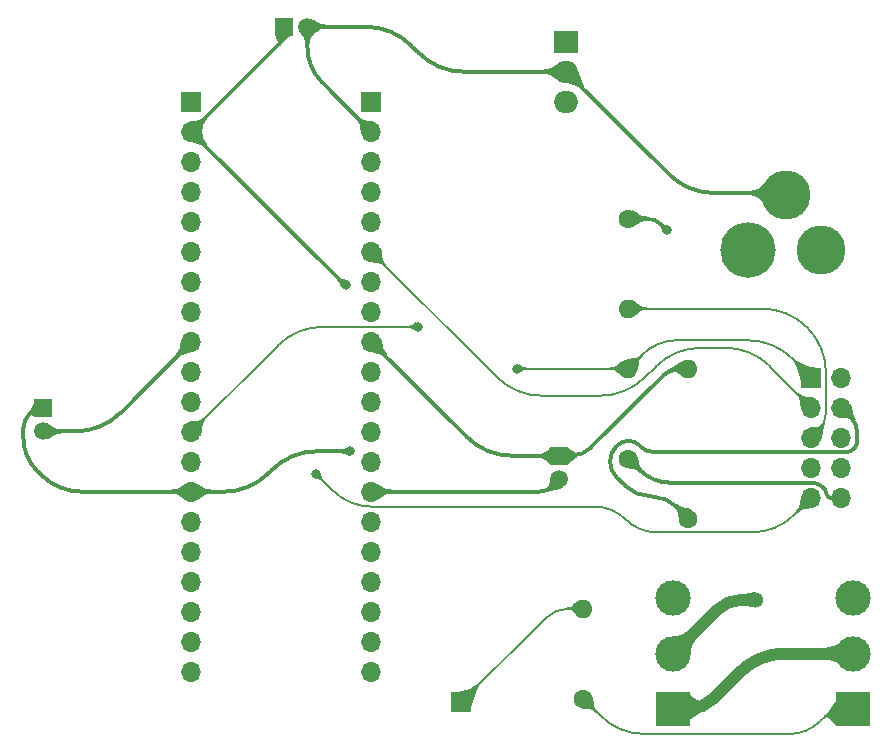
<source format=gtl>
%TF.GenerationSoftware,KiCad,Pcbnew,8.0.7*%
%TF.CreationDate,2025-02-09T12:28:47+02:00*%
%TF.ProjectId,EPM7032S Programmer,45504d37-3033-4325-9320-50726f677261,V0*%
%TF.SameCoordinates,Original*%
%TF.FileFunction,Copper,L1,Top*%
%TF.FilePolarity,Positive*%
%FSLAX46Y46*%
G04 Gerber Fmt 4.6, Leading zero omitted, Abs format (unit mm)*
G04 Created by KiCad (PCBNEW 8.0.7) date 2025-02-09 12:28:47*
%MOMM*%
%LPD*%
G01*
G04 APERTURE LIST*
%TA.AperFunction,ComponentPad*%
%ADD10R,1.700000X1.700000*%
%TD*%
%TA.AperFunction,ComponentPad*%
%ADD11O,1.700000X1.700000*%
%TD*%
%TA.AperFunction,ComponentPad*%
%ADD12R,1.500000X1.500000*%
%TD*%
%TA.AperFunction,ComponentPad*%
%ADD13C,1.500000*%
%TD*%
%TA.AperFunction,ComponentPad*%
%ADD14O,1.600000X1.600000*%
%TD*%
%TA.AperFunction,ComponentPad*%
%ADD15C,1.600000*%
%TD*%
%TA.AperFunction,ComponentPad*%
%ADD16C,4.150000*%
%TD*%
%TA.AperFunction,ComponentPad*%
%ADD17C,4.700000*%
%TD*%
%TA.AperFunction,ComponentPad*%
%ADD18C,3.000000*%
%TD*%
%TA.AperFunction,ComponentPad*%
%ADD19R,3.000000X3.000000*%
%TD*%
%TA.AperFunction,ComponentPad*%
%ADD20O,2.000000X1.905000*%
%TD*%
%TA.AperFunction,ComponentPad*%
%ADD21R,2.000000X1.905000*%
%TD*%
%TA.AperFunction,ViaPad*%
%ADD22C,0.800000*%
%TD*%
%TA.AperFunction,ViaPad*%
%ADD23C,1.300000*%
%TD*%
%TA.AperFunction,Conductor*%
%ADD24C,0.380000*%
%TD*%
%TA.AperFunction,Conductor*%
%ADD25C,1.000000*%
%TD*%
%TA.AperFunction,Conductor*%
%ADD26C,0.200000*%
%TD*%
G04 APERTURE END LIST*
D10*
%TO.P,J5,1,Pin_1*%
%TO.N,/INPUT{slash}OE1*%
X25400000Y-33020000D03*
%TD*%
%TO.P,J1,1,Pin_1*%
%TO.N,unconnected-(J1-Pin_1-Pad1)*%
X2540000Y17780000D03*
D11*
%TO.P,J1,2,Pin_2*%
%TO.N,/5V*%
X2540000Y15240000D03*
%TO.P,J1,3,Pin_3*%
%TO.N,unconnected-(J1-Pin_3-Pad3)*%
X2540000Y12700000D03*
%TO.P,J1,4,Pin_4*%
%TO.N,unconnected-(J1-Pin_4-Pad4)*%
X2540000Y10160000D03*
%TO.P,J1,5,Pin_5*%
%TO.N,unconnected-(J1-Pin_5-Pad5)*%
X2540000Y7620000D03*
%TO.P,J1,6,Pin_6*%
%TO.N,/TDI*%
X2540000Y5080000D03*
%TO.P,J1,7,Pin_7*%
%TO.N,unconnected-(J1-Pin_7-Pad7)*%
X2540000Y2540000D03*
%TO.P,J1,8,Pin_8*%
%TO.N,unconnected-(J1-Pin_8-Pad8)*%
X2540000Y0D03*
%TO.P,J1,9,Pin_9*%
%TO.N,/GND*%
X2540000Y-2540000D03*
%TO.P,J1,10,Pin_10*%
%TO.N,unconnected-(J1-Pin_10-Pad10)*%
X2540000Y-5080000D03*
%TO.P,J1,11,Pin_11*%
%TO.N,unconnected-(J1-Pin_11-Pad11)*%
X2540000Y-7620000D03*
%TO.P,J1,12,Pin_12*%
%TO.N,/TMS*%
X2540000Y-10160000D03*
%TO.P,J1,13,Pin_13*%
%TO.N,unconnected-(J1-Pin_13-Pad13)*%
X2540000Y-12700000D03*
%TO.P,J1,14,Pin_14*%
%TO.N,/5V*%
X2540000Y-15240000D03*
%TO.P,J1,15,Pin_15*%
%TO.N,unconnected-(J1-Pin_15-Pad15)*%
X2540000Y-17780000D03*
%TO.P,J1,16,Pin_16*%
%TO.N,unconnected-(J1-Pin_16-Pad16)*%
X2540000Y-20320000D03*
%TO.P,J1,17,Pin_17*%
%TO.N,unconnected-(J1-Pin_17-Pad17)*%
X2540000Y-22860000D03*
%TO.P,J1,18,Pin_18*%
%TO.N,unconnected-(J1-Pin_18-Pad18)*%
X2540000Y-25400000D03*
%TO.P,J1,19,Pin_19*%
%TO.N,unconnected-(J1-Pin_19-Pad19)*%
X2540000Y-27940000D03*
%TO.P,J1,20,Pin_20*%
%TO.N,unconnected-(J1-Pin_20-Pad20)*%
X2540000Y-30480000D03*
%TD*%
D12*
%TO.P,C1,1*%
%TO.N,/5V*%
X10356000Y24130000D03*
D13*
%TO.P,C1,2*%
%TO.N,/GND*%
X12356000Y24130000D03*
%TD*%
D14*
%TO.P,R4,2*%
%TO.N,/INPUT{slash}OE1*%
X35724000Y-25129000D03*
D15*
%TO.P,R4,1*%
%TO.N,Net-(S1-P1)*%
X35724000Y-32749000D03*
%TD*%
D16*
%TO.P,J2,SHL2,GND*%
%TO.N,/GND*%
X55857000Y5207000D03*
%TO.P,J2,SHL1,GND*%
X52857000Y9907000D03*
D17*
%TO.P,J2,INNER,VCC*%
%TO.N,/12V Socket*%
X49657000Y5207000D03*
%TD*%
D18*
%TO.P,S2,3,P2*%
%TO.N,unconnected-(S2-P2-Pad3)*%
X43344000Y-24240000D03*
%TO.P,S2,2,CM*%
%TO.N,/12V Socket*%
X43344000Y-28939000D03*
D19*
%TO.P,S2,1,P1*%
%TO.N,/12V*%
X43344000Y-33638000D03*
%TD*%
D20*
%TO.P,U1,3,OUT*%
%TO.N,/5V*%
X34290000Y17780000D03*
%TO.P,U1,2,GND*%
%TO.N,/GND*%
X34290000Y20320000D03*
D21*
%TO.P,U1,1,IN*%
%TO.N,/12V*%
X34290000Y22860000D03*
%TD*%
D14*
%TO.P,R1,2*%
%TO.N,/5V*%
X44614000Y-4809000D03*
D15*
%TO.P,R1,1*%
%TO.N,Net-(J3-Pin_4)*%
X44614000Y-17509000D03*
%TD*%
D13*
%TO.P,C3,2*%
%TO.N,/GND*%
X33692000Y-14191000D03*
D12*
%TO.P,C3,1*%
%TO.N,/5V*%
X33692000Y-12191000D03*
%TD*%
D11*
%TO.P,J3,10,Pin_10*%
%TO.N,/GND*%
X57568000Y-15731000D03*
%TO.P,J3,9,Pin_9*%
%TO.N,/TDI*%
X55028000Y-15731000D03*
%TO.P,J3,8,Pin_8*%
%TO.N,unconnected-(J3-Pin_8-Pad8)*%
X57568000Y-13191000D03*
%TO.P,J3,7,Pin_7*%
%TO.N,unconnected-(J3-Pin_7-Pad7)*%
X55028000Y-13191000D03*
%TO.P,J3,6,Pin_6*%
%TO.N,unconnected-(J3-Pin_6-Pad6)*%
X57568000Y-10651000D03*
%TO.P,J3,5,Pin_5*%
%TO.N,/TMS*%
X55028000Y-10651000D03*
%TO.P,J3,4,Pin_4*%
%TO.N,Net-(J3-Pin_4)*%
X57568000Y-8111000D03*
%TO.P,J3,3,Pin_3*%
%TO.N,/TDO*%
X55028000Y-8111000D03*
%TO.P,J3,2,Pin_2*%
%TO.N,/GND*%
X57568000Y-5571000D03*
D10*
%TO.P,J3,1,Pin_1*%
%TO.N,/TCK*%
X55028000Y-5571000D03*
%TD*%
D14*
%TO.P,R2,2*%
%TO.N,/TCK*%
X39534000Y-4809000D03*
D15*
%TO.P,R2,1*%
%TO.N,/GND*%
X39534000Y-12429000D03*
%TD*%
D14*
%TO.P,R3,2*%
%TO.N,/TMS*%
X39534000Y271000D03*
D15*
%TO.P,R3,1*%
%TO.N,/5V*%
X39534000Y7891000D03*
%TD*%
D18*
%TO.P,S1,3,P2*%
%TO.N,unconnected-(S1-P2-Pad3)*%
X58584000Y-24240000D03*
%TO.P,S1,2,CM*%
%TO.N,/12V*%
X58584000Y-28939000D03*
D19*
%TO.P,S1,1,P1*%
%TO.N,Net-(S1-P1)*%
X58584000Y-33638000D03*
%TD*%
D13*
%TO.P,C4,2*%
%TO.N,/GND*%
X-9996000Y-10127000D03*
D12*
%TO.P,C4,1*%
%TO.N,/5V*%
X-9996000Y-8127000D03*
%TD*%
D10*
%TO.P,J4,1,Pin_1*%
%TO.N,unconnected-(J4-Pin_1-Pad1)*%
X17780000Y17780000D03*
D11*
%TO.P,J4,2,Pin_2*%
%TO.N,/GND*%
X17780000Y15240000D03*
%TO.P,J4,3,Pin_3*%
%TO.N,unconnected-(J4-Pin_3-Pad3)*%
X17780000Y12700000D03*
%TO.P,J4,4,Pin_4*%
%TO.N,unconnected-(J4-Pin_4-Pad4)*%
X17780000Y10160000D03*
%TO.P,J4,5,Pin_5*%
%TO.N,unconnected-(J4-Pin_5-Pad5)*%
X17780000Y7620000D03*
%TO.P,J4,6,Pin_6*%
%TO.N,/TDO*%
X17780000Y5080000D03*
%TO.P,J4,7,Pin_7*%
%TO.N,unconnected-(J4-Pin_7-Pad7)*%
X17780000Y2540000D03*
%TO.P,J4,8,Pin_8*%
%TO.N,unconnected-(J4-Pin_8-Pad8)*%
X17780000Y0D03*
%TO.P,J4,9,Pin_9*%
%TO.N,/5V*%
X17780000Y-2540000D03*
%TO.P,J4,10,Pin_10*%
%TO.N,unconnected-(J4-Pin_10-Pad10)*%
X17780000Y-5080000D03*
%TO.P,J4,11,Pin_11*%
%TO.N,unconnected-(J4-Pin_11-Pad11)*%
X17780000Y-7620000D03*
%TO.P,J4,12,Pin_12*%
%TO.N,/TCK*%
X17780000Y-10160000D03*
%TO.P,J4,13,Pin_13*%
%TO.N,unconnected-(J4-Pin_13-Pad13)*%
X17780000Y-12700000D03*
%TO.P,J4,14,Pin_14*%
%TO.N,/GND*%
X17780000Y-15240000D03*
%TO.P,J4,15,Pin_15*%
%TO.N,unconnected-(J4-Pin_15-Pad15)*%
X17780000Y-17780000D03*
%TO.P,J4,16,Pin_16*%
%TO.N,unconnected-(J4-Pin_16-Pad16)*%
X17780000Y-20320000D03*
%TO.P,J4,17,Pin_17*%
%TO.N,unconnected-(J4-Pin_17-Pad17)*%
X17780000Y-22860000D03*
%TO.P,J4,18,Pin_18*%
%TO.N,unconnected-(J4-Pin_18-Pad18)*%
X17780000Y-25400000D03*
%TO.P,J4,19,Pin_19*%
%TO.N,unconnected-(J4-Pin_19-Pad19)*%
X17780000Y-27940000D03*
%TO.P,J4,20,Pin_20*%
%TO.N,/GND*%
X17780000Y-30480000D03*
%TD*%
D22*
%TO.N,/TMS*%
X21717000Y-1270000D03*
%TO.N,/TCK*%
X30098998Y-4826002D03*
%TO.N,/TDI*%
X13081000Y-13715994D03*
%TO.N,/5V*%
X16002000Y-11811000D03*
X15621000Y2286000D03*
X42813900Y6887400D03*
D23*
%TO.N,/12V Socket*%
X50376500Y-24385200D03*
%TD*%
D24*
%TO.N,/5V*%
X10356000Y23593000D02*
G75*
G02*
X9976276Y22676290I-1296400J0D01*
G01*
X36393692Y-11485307D02*
G75*
G02*
X34690000Y-12190995I-1703692J1703707D01*
G01*
X9086792Y-13646206D02*
G75*
G02*
X5239036Y-15240003I-3847762J3847756D01*
G01*
X42312100Y7389200D02*
G75*
G03*
X41100647Y7891020I-1211500J-1211500D01*
G01*
X25837207Y-10597207D02*
G75*
G03*
X29684963Y-12191011I3847793J3847807D01*
G01*
X-11684000Y-10731500D02*
G75*
G03*
X-10561467Y-13441532I3832568J3D01*
G01*
X-11175500Y-8635500D02*
G75*
G03*
X-11684000Y-9863127I1227628J-1227628D01*
G01*
X-10331500Y-8127000D02*
G75*
G03*
X-10904234Y-8364234I0J-809969D01*
G01*
X15449098Y2330901D02*
G75*
G03*
X15557500Y2285999I108402J108399D01*
G01*
X13175963Y-11811000D02*
G75*
G03*
X9328206Y-13404791I-3J-5441550D01*
G01*
X43842000Y-4809000D02*
G75*
G03*
X42524108Y-5354881I0J-1863800D01*
G01*
X-10223500Y-13779500D02*
G75*
G03*
X-6697541Y-15240000I3525961J3525965D01*
G01*
%TO.N,/GND*%
X56326300Y-15471500D02*
G75*
G03*
X56585800Y-15731000I259500J0D01*
G01*
X40549250Y-13444250D02*
G75*
G03*
X43000280Y-14459508I2451050J2451050D01*
G01*
X56142805Y-15028505D02*
G75*
G02*
X56326297Y-15471500I-443005J-442995D01*
G01*
X55950050Y-14835750D02*
G75*
G03*
X55041702Y-14459499I-908350J-908350D01*
G01*
X42965207Y11644792D02*
G75*
G03*
X46812963Y10050959I3847793J3847708D01*
G01*
X-3453207Y-8533207D02*
G75*
G02*
X-7300963Y-10127000I-3847758J3847761D01*
G01*
X12356000Y22397000D02*
G75*
G03*
X13581423Y19438590I4183800J0D01*
G01*
X21774206Y21913792D02*
G75*
G03*
X25621963Y20320001I3847754J3847758D01*
G01*
X21151792Y22536207D02*
G75*
G03*
X17304036Y24130001I-3847762J-3847767D01*
G01*
X33167500Y-14715500D02*
G75*
G02*
X31901244Y-15240019I-1266300J1266300D01*
G01*
D25*
%TO.N,/12V*%
X52798663Y-28939000D02*
G75*
G03*
X48950915Y-30532801I37J-5441600D01*
G01*
X46730184Y-32753515D02*
G75*
G02*
X44594850Y-33638040I-2135384J2135315D01*
G01*
%TO.N,/12V Socket*%
X49137150Y-24385200D02*
G75*
G03*
X47021434Y-25261539I-50J-2992000D01*
G01*
D26*
%TO.N,Net-(S1-P1)*%
X55731449Y-34688849D02*
G75*
G02*
X53194473Y-35739688I-2536949J2536949D01*
G01*
X57683150Y-33638000D02*
G75*
G03*
X56145287Y-34274982I-50J-2174800D01*
G01*
X37219350Y-34244350D02*
G75*
G03*
X40829444Y-35739682I3610050J3610050D01*
G01*
D24*
%TO.N,Net-(J3-Pin_4)*%
X40547300Y-11406500D02*
G75*
G03*
X41716986Y-11891006I1169700J1169700D01*
G01*
X39525900Y-10922000D02*
G75*
G03*
X38609353Y-11301644I0J-1296200D01*
G01*
X43643117Y-16538117D02*
G75*
G03*
X41429000Y-15620990I-2214117J-2214083D01*
G01*
X58634000Y-11597000D02*
G75*
G02*
X57924221Y-11891009I-709800J709800D01*
G01*
X58280290Y-8823290D02*
G75*
G02*
X58928006Y-10387000I-1563690J-1563710D01*
G01*
X58928000Y-10887221D02*
G75*
G02*
X58633994Y-11596994I-1003800J21D01*
G01*
X40442445Y-11301645D02*
G75*
G03*
X39525900Y-10922003I-916545J-916555D01*
G01*
X38481000Y-11430000D02*
G75*
G03*
X37973008Y-12656420I1226400J-1226400D01*
G01*
X37973000Y-12700000D02*
G75*
G03*
X38511821Y-14000809I1839600J0D01*
G01*
X39214882Y-14703882D02*
G75*
G03*
X41429000Y-15621010I2214118J2214082D01*
G01*
D26*
%TO.N,/INPUT{slash}OE1*%
X34507500Y-25129000D02*
G75*
G03*
X32430803Y-25989194I0J-2936900D01*
G01*
%TO.N,/TCK*%
X30128022Y-4809000D02*
G75*
G03*
X30107493Y-4817495I-22J-29000D01*
G01*
X43624227Y-2413000D02*
G75*
G03*
X40731992Y-3610992I-27J-4090200D01*
G01*
X53449000Y-3992000D02*
G75*
G03*
X49636956Y-2413018I-3812000J-3812000D01*
G01*
%TO.N,/TDI*%
X39306500Y-17589500D02*
G75*
G03*
X36700356Y-16510018I-2606100J-2606100D01*
G01*
X14478003Y-15112997D02*
G75*
G03*
X17850666Y-16510001I3372667J3372667D01*
G01*
X39306500Y-17589500D02*
G75*
G03*
X41912643Y-18668982I2606100J2606100D01*
G01*
X53559000Y-17200000D02*
G75*
G02*
X50012520Y-18669008I-3546500J3546500D01*
G01*
%TO.N,/TDO*%
X51558792Y-4641792D02*
G75*
G03*
X47711036Y-3047989I-3847792J-3847808D01*
G01*
X45687963Y-3048000D02*
G75*
G03*
X41840215Y-4641801I37J-5441600D01*
G01*
X28378207Y-5518207D02*
G75*
G03*
X32225963Y-7112011I3847793J3847807D01*
G01*
X40963792Y-5518207D02*
G75*
G02*
X37116036Y-7112010I-3847792J3847807D01*
G01*
%TO.N,/TMS*%
X54667207Y-1327207D02*
G75*
G02*
X56261011Y-5174963I-3847807J-3847793D01*
G01*
X54662792Y-1322792D02*
G75*
G03*
X50815036Y271040I-3847792J-3847708D01*
G01*
X56261000Y-8546137D02*
G75*
G02*
X55644489Y-10034489I-2104900J37D01*
G01*
X13683963Y-1270000D02*
G75*
G03*
X9836206Y-2863791I-3J-5441550D01*
G01*
%TO.N,/TDO*%
X28378207Y-5518207D02*
X17780000Y5080000D01*
X32225963Y-7112000D02*
X37116036Y-7112000D01*
X47711036Y-3048000D02*
X45687963Y-3048000D01*
X51558792Y-4641792D02*
X55028000Y-8111000D01*
X41840206Y-4641792D02*
X40963792Y-5518207D01*
%TO.N,/TDI*%
X14478003Y-15112997D02*
X13081000Y-13715994D01*
X41912643Y-18669000D02*
X50012520Y-18669000D01*
X36700356Y-16510000D02*
X17850666Y-16510000D01*
X53559000Y-17200000D02*
X55028000Y-15731000D01*
D24*
%TO.N,/5V*%
X2540000Y-15240000D02*
X5239036Y-15240000D01*
X16002000Y-11811000D02*
X13175963Y-11811000D01*
X9086792Y-13646206D02*
X9328207Y-13404792D01*
X2540000Y15240000D02*
X15449098Y2330901D01*
X15621000Y2286000D02*
X15557500Y2286000D01*
%TO.N,Net-(J3-Pin_4)*%
X58928000Y-10387000D02*
X58928000Y-10887221D01*
X41716986Y-11891000D02*
X57924221Y-11891000D01*
X38609354Y-11301645D02*
X38481000Y-11430000D01*
X40547300Y-11406500D02*
X40442445Y-11301645D01*
X38511815Y-14000815D02*
X39214882Y-14703882D01*
X37973000Y-12656420D02*
X37973000Y-12700000D01*
X58280290Y-8823290D02*
X57568000Y-8111000D01*
X43643117Y-16538117D02*
X44614000Y-17509000D01*
D26*
%TO.N,/INPUT{slash}OE1*%
X32430804Y-25989195D02*
X25400000Y-33020000D01*
X34507500Y-25129000D02*
X35724000Y-25129000D01*
%TO.N,/TMS*%
X21717000Y-1270000D02*
X13683963Y-1270000D01*
X9836207Y-2863792D02*
X2540000Y-10160000D01*
%TO.N,/TCK*%
X30128022Y-4809000D02*
X39534000Y-4809000D01*
X30107499Y-4817501D02*
X30098998Y-4826002D01*
D24*
%TO.N,/5V*%
X34690000Y-12191000D02*
X33692000Y-12191000D01*
X36393692Y-11485307D02*
X42524113Y-5354886D01*
X43842000Y-4809000D02*
X44614000Y-4809000D01*
%TO.N,/GND*%
X12356000Y24130000D02*
X17304036Y24130000D01*
X21774206Y21913792D02*
X21151792Y22536207D01*
X25621963Y20320000D02*
X34290000Y20320000D01*
%TO.N,/5V*%
X25837207Y-10597207D02*
X17780000Y-2540000D01*
X29684963Y-12191000D02*
X33692000Y-12191000D01*
X2540000Y-15240000D02*
X-6697541Y-15240000D01*
X-10561467Y-13441532D02*
X-10223500Y-13779500D01*
X-11175500Y-8635500D02*
X-10904234Y-8364234D01*
X-11684000Y-10731500D02*
X-11684000Y-9863127D01*
X9976283Y22676283D02*
X2540000Y15240000D01*
%TO.N,/GND*%
X-7300963Y-10127000D02*
X-9996000Y-10127000D01*
X-3453207Y-8533207D02*
X2540000Y-2540000D01*
X13581416Y19438583D02*
X17780000Y15240000D01*
X12356000Y22397000D02*
X12356000Y24130000D01*
X33167500Y-14715500D02*
X33692000Y-14191000D01*
X31901244Y-15240000D02*
X17780000Y-15240000D01*
X40549250Y-13444250D02*
X39534000Y-12429000D01*
X42965207Y11644792D02*
X34290000Y20320000D01*
X46812963Y10051000D02*
X52536000Y10051000D01*
X56585800Y-15731000D02*
X57568000Y-15731000D01*
X56142805Y-15028505D02*
X55950050Y-14835750D01*
X43000280Y-14459500D02*
X55041702Y-14459500D01*
D26*
%TO.N,/TMS*%
X55644500Y-10034500D02*
X55028000Y-10651000D01*
X50815036Y270999D02*
X39534000Y271000D01*
X56261000Y-5174963D02*
X56261000Y-8546137D01*
X54667207Y-1327207D02*
X54662792Y-1322792D01*
%TO.N,/TCK*%
X39534000Y-4809000D02*
X40732000Y-3611000D01*
X43624227Y-2413000D02*
X49636956Y-2413000D01*
X53449000Y-3992000D02*
X55028000Y-5571000D01*
D24*
%TO.N,/5V*%
X42813900Y6887400D02*
X42312100Y7389200D01*
X41100647Y7891000D02*
X39534000Y7891000D01*
D25*
%TO.N,/12V Socket*%
X47021447Y-25261552D02*
X43344000Y-28939000D01*
X50376500Y-24385200D02*
X49137150Y-24385200D01*
%TO.N,/12V*%
X48950906Y-30532792D02*
X46730184Y-32753515D01*
X52798663Y-28939000D02*
X58584000Y-28939000D01*
X44594850Y-33638000D02*
X43344000Y-33638000D01*
D26*
%TO.N,Net-(S1-P1)*%
X53194473Y-35739700D02*
X40829444Y-35739700D01*
X37219350Y-34244350D02*
X35724000Y-32749000D01*
X55731449Y-34688849D02*
X56145302Y-34274997D01*
%TD*%
%TA.AperFunction,Conductor*%
%TO.N,/5V*%
G36*
X10363902Y24121379D02*
G01*
X10364839Y24120322D01*
X10936569Y23390559D01*
X10938974Y23381933D01*
X10934575Y23374133D01*
X10933260Y23373240D01*
X10784789Y23286584D01*
X10624736Y23159568D01*
X10464683Y22998953D01*
X10304630Y22804737D01*
X10152452Y22588131D01*
X10144895Y22583334D01*
X10136155Y22585285D01*
X10134744Y22586451D01*
X9873614Y22839539D01*
X9870786Y22843879D01*
X9818566Y22985144D01*
X9765424Y23110884D01*
X9712283Y23218607D01*
X9659141Y23308312D01*
X9612007Y23371896D01*
X9609834Y23380580D01*
X9613134Y23387134D01*
X10347356Y24121379D01*
X10355629Y24124806D01*
X10363902Y24121379D01*
G37*
%TD.AperFunction*%
%TD*%
%TA.AperFunction,Conductor*%
%TO.N,/5V*%
G36*
X-10736175Y-7639935D02*
G01*
X-10734821Y-7640699D01*
X-10007305Y-8118405D01*
X-10002273Y-8125808D01*
X-10003949Y-8134605D01*
X-10005456Y-8136456D01*
X-10739143Y-8870143D01*
X-10747416Y-8873570D01*
X-10754010Y-8871535D01*
X-10805034Y-8836726D01*
X-10864049Y-8805884D01*
X-10864064Y-8805878D01*
X-10923091Y-8784449D01*
X-10982115Y-8772440D01*
X-10982118Y-8772439D01*
X-11036605Y-8770049D01*
X-11044365Y-8766633D01*
X-11301528Y-8509470D01*
X-11304955Y-8501197D01*
X-11301528Y-8492924D01*
X-11301480Y-8492876D01*
X-11197080Y-8389683D01*
X-11197074Y-8389677D01*
X-11084316Y-8247179D01*
X-11084310Y-8247172D01*
X-10971540Y-8073614D01*
X-10894089Y-7933090D01*
X-10858776Y-7869021D01*
X-10858774Y-7869016D01*
X-10858770Y-7869009D01*
X-10751780Y-7645438D01*
X-10745117Y-7639455D01*
X-10736175Y-7639935D01*
G37*
%TD.AperFunction*%
%TD*%
%TA.AperFunction,Conductor*%
%TO.N,/5V*%
G36*
X44312336Y-4080716D02*
G01*
X44312557Y-4081214D01*
X44613057Y-4804130D01*
X44613068Y-4813085D01*
X44613058Y-4813108D01*
X44312790Y-5536214D01*
X44306453Y-5542540D01*
X44297498Y-5542532D01*
X44296488Y-5542055D01*
X44017043Y-5393335D01*
X44015730Y-5392521D01*
X43803235Y-5240431D01*
X43803223Y-5240423D01*
X43616232Y-5127198D01*
X43509668Y-5108600D01*
X43403105Y-5090003D01*
X43403104Y-5090003D01*
X43121461Y-5163013D01*
X43112593Y-5161771D01*
X43107716Y-5156164D01*
X42970461Y-4824797D01*
X42970461Y-4815843D01*
X42976279Y-4809738D01*
X43309864Y-4652499D01*
X43540527Y-4510118D01*
X43733253Y-4374460D01*
X43733786Y-4374107D01*
X43963629Y-4232231D01*
X43964769Y-4231613D01*
X44296766Y-4075121D01*
X44305709Y-4074694D01*
X44312336Y-4080716D01*
G37*
%TD.AperFunction*%
%TD*%
%TA.AperFunction,Conductor*%
%TO.N,/GND*%
G36*
X33010978Y-13908898D02*
G01*
X33688429Y-14188761D01*
X33694767Y-14195087D01*
X33694777Y-14195112D01*
X33878357Y-14639986D01*
X33946686Y-14805572D01*
X33974367Y-14872651D01*
X33974355Y-14881606D01*
X33968015Y-14887929D01*
X33967578Y-14888100D01*
X33645867Y-15005994D01*
X33644777Y-15006334D01*
X33400504Y-15069650D01*
X33399905Y-15069788D01*
X33184631Y-15113676D01*
X33073138Y-15142576D01*
X32939510Y-15177214D01*
X32939507Y-15177214D01*
X32939507Y-15177215D01*
X32616371Y-15295637D01*
X32607424Y-15295266D01*
X32601536Y-15289129D01*
X32464302Y-14957832D01*
X32464302Y-14948877D01*
X32469180Y-14943269D01*
X32562982Y-14888100D01*
X32703300Y-14805572D01*
X32819777Y-14639986D01*
X32868676Y-14441384D01*
X32908709Y-14200229D01*
X32909054Y-14198757D01*
X32995330Y-13916295D01*
X33001023Y-13909386D01*
X33009937Y-13908525D01*
X33010978Y-13908898D01*
G37*
%TD.AperFunction*%
%TD*%
%TA.AperFunction,Conductor*%
%TO.N,/12V*%
G36*
X44851280Y-32483848D02*
G01*
X44994192Y-32620394D01*
X45061996Y-32673291D01*
X45144388Y-32737568D01*
X45144391Y-32737570D01*
X45144394Y-32737572D01*
X45144397Y-32737574D01*
X45294579Y-32828411D01*
X45345041Y-32850086D01*
X45444776Y-32892927D01*
X45589681Y-32929768D01*
X45596855Y-32935127D01*
X45597338Y-32936029D01*
X45930423Y-33627663D01*
X46022921Y-33819729D01*
X46023423Y-33828670D01*
X46017457Y-33835347D01*
X46015743Y-33836012D01*
X45791894Y-33903195D01*
X45791880Y-33903200D01*
X45554921Y-34004316D01*
X45317953Y-34135437D01*
X45317920Y-34135457D01*
X45080984Y-34296554D01*
X45080971Y-34296564D01*
X44850188Y-34482695D01*
X44841597Y-34485221D01*
X44837081Y-34483771D01*
X43989735Y-34004318D01*
X43358414Y-33647098D01*
X43352902Y-33640042D01*
X43353994Y-33631154D01*
X43357014Y-33627664D01*
X44836038Y-32483053D01*
X44844676Y-32480701D01*
X44851280Y-32483848D01*
G37*
%TD.AperFunction*%
%TD*%
%TA.AperFunction,Conductor*%
%TO.N,Net-(S1-P1)*%
G36*
X57093584Y-32975142D02*
G01*
X58439601Y-33572863D01*
X58568490Y-33630098D01*
X58574661Y-33636587D01*
X58574435Y-33645539D01*
X58571696Y-33649372D01*
X57093547Y-35019498D01*
X57085150Y-35022609D01*
X57077012Y-35018871D01*
X57076215Y-35017913D01*
X56923565Y-34813310D01*
X56923551Y-34813293D01*
X56885069Y-34769599D01*
X56763115Y-34631127D01*
X56763110Y-34631123D01*
X56763108Y-34631120D01*
X56602683Y-34481836D01*
X56602676Y-34481831D01*
X56602673Y-34481828D01*
X56442231Y-34365403D01*
X56442230Y-34365402D01*
X56442224Y-34365398D01*
X56283465Y-34282725D01*
X56280475Y-34280499D01*
X56151652Y-34147830D01*
X56148347Y-34139507D01*
X56151895Y-34131285D01*
X56152947Y-34130378D01*
X56330771Y-33994861D01*
X56519078Y-33806360D01*
X56707385Y-33572863D01*
X56895692Y-33294372D01*
X57078724Y-32979948D01*
X57085848Y-32974523D01*
X57093584Y-32975142D01*
G37*
%TD.AperFunction*%
%TD*%
%TA.AperFunction,Conductor*%
%TO.N,/TDO*%
G36*
X18562292Y5400333D02*
G01*
X18568617Y5393994D01*
X18569011Y5392887D01*
X18676410Y5034491D01*
X18676837Y5032361D01*
X18707445Y4742537D01*
X18707458Y4742412D01*
X18731230Y4491621D01*
X18821763Y4240545D01*
X19046327Y3956797D01*
X19048774Y3948183D01*
X19045426Y3941263D01*
X18918736Y3814573D01*
X18910463Y3811146D01*
X18903204Y3813671D01*
X18619455Y4038234D01*
X18619453Y4038234D01*
X18619453Y4038235D01*
X18564707Y4057974D01*
X18368374Y4128769D01*
X18117586Y4152540D01*
X17827635Y4183160D01*
X17825509Y4183586D01*
X17467109Y4290988D01*
X17460171Y4296645D01*
X17459263Y4305554D01*
X17459657Y4306661D01*
X17536036Y4491624D01*
X17777438Y5076215D01*
X17783761Y5082552D01*
X18553337Y5400342D01*
X18562292Y5400333D01*
G37*
%TD.AperFunction*%
%TD*%
%TA.AperFunction,Conductor*%
%TO.N,/TDO*%
G36*
X53904797Y-6844672D02*
G01*
X54188545Y-7069235D01*
X54314084Y-7114501D01*
X54439621Y-7159768D01*
X54439624Y-7159769D01*
X54690412Y-7183540D01*
X54975096Y-7213604D01*
X54980361Y-7214160D01*
X54982491Y-7214587D01*
X55340888Y-7321988D01*
X55347828Y-7327645D01*
X55348736Y-7336554D01*
X55348342Y-7337661D01*
X55030562Y-8107214D01*
X55024237Y-8113553D01*
X55024214Y-8113562D01*
X54254661Y-8431342D01*
X54245706Y-8431333D01*
X54239381Y-8424994D01*
X54238992Y-8423902D01*
X54131587Y-8065491D01*
X54131160Y-8063361D01*
X54100551Y-7773518D01*
X54100538Y-7773393D01*
X54076769Y-7522624D01*
X54010075Y-7337661D01*
X53986235Y-7271545D01*
X53890413Y-7150469D01*
X53761671Y-6987796D01*
X53759225Y-6979183D01*
X53762572Y-6972264D01*
X53889264Y-6845572D01*
X53897536Y-6842146D01*
X53904797Y-6844672D01*
G37*
%TD.AperFunction*%
%TD*%
%TA.AperFunction,Conductor*%
%TO.N,/TDI*%
G36*
X13447884Y-13567724D02*
G01*
X13454202Y-13574071D01*
X13454492Y-13574854D01*
X13505776Y-13730140D01*
X13506151Y-13731574D01*
X13531052Y-13859544D01*
X13555043Y-13969051D01*
X13571923Y-14004683D01*
X13607368Y-14079502D01*
X13607370Y-14079505D01*
X13607371Y-14079506D01*
X13710523Y-14202758D01*
X13713205Y-14211302D01*
X13709824Y-14218540D01*
X13583546Y-14344818D01*
X13575273Y-14348245D01*
X13567764Y-14345517D01*
X13444512Y-14242365D01*
X13444511Y-14242364D01*
X13444508Y-14242362D01*
X13369689Y-14206917D01*
X13334057Y-14190037D01*
X13224550Y-14166046D01*
X13096580Y-14141145D01*
X13095146Y-14140770D01*
X12939860Y-14089486D01*
X12933079Y-14083637D01*
X12932419Y-14074707D01*
X12932703Y-14073938D01*
X13078437Y-13719796D01*
X13084753Y-13713451D01*
X13438931Y-13567703D01*
X13447884Y-13567724D01*
G37*
%TD.AperFunction*%
%TD*%
%TA.AperFunction,Conductor*%
%TO.N,/TDI*%
G36*
X54254654Y-15410654D02*
G01*
X55024215Y-15728438D01*
X55030552Y-15734761D01*
X55030562Y-15734785D01*
X55348342Y-16504337D01*
X55348333Y-16513292D01*
X55341994Y-16519617D01*
X55340887Y-16520011D01*
X54982491Y-16627410D01*
X54980361Y-16627837D01*
X54690518Y-16658446D01*
X54690393Y-16658459D01*
X54439621Y-16682230D01*
X54188545Y-16772763D01*
X53904797Y-16997327D01*
X53896183Y-16999774D01*
X53889263Y-16996426D01*
X53762573Y-16869736D01*
X53759146Y-16861463D01*
X53761671Y-16854204D01*
X53986234Y-16570455D01*
X54076769Y-16319374D01*
X54100540Y-16068586D01*
X54131160Y-15778635D01*
X54131587Y-15776507D01*
X54145992Y-15728437D01*
X54238988Y-15418109D01*
X54244645Y-15411171D01*
X54253554Y-15410263D01*
X54254654Y-15410654D01*
G37*
%TD.AperFunction*%
%TD*%
%TA.AperFunction,Conductor*%
%TO.N,/5V*%
G36*
X2875719Y-14460072D02*
G01*
X2876551Y-14460457D01*
X3201353Y-14626313D01*
X3202746Y-14627151D01*
X3432412Y-14788077D01*
X3631816Y-14923008D01*
X3875832Y-15015606D01*
X4229402Y-15048999D01*
X4237314Y-15053187D01*
X4240000Y-15060646D01*
X4240000Y-15419353D01*
X4236573Y-15427626D01*
X4229400Y-15431001D01*
X3875834Y-15464392D01*
X3875828Y-15464394D01*
X3631817Y-15556990D01*
X3432416Y-15691918D01*
X3202746Y-15852847D01*
X3201353Y-15853685D01*
X2876551Y-16019542D01*
X2867624Y-16020253D01*
X2860810Y-16014443D01*
X2860425Y-16013611D01*
X2726767Y-15691922D01*
X2540864Y-15244488D01*
X2540856Y-15235534D01*
X2540865Y-15235511D01*
X2616618Y-15053187D01*
X2860426Y-14466386D01*
X2866764Y-14460063D01*
X2875719Y-14460072D01*
G37*
%TD.AperFunction*%
%TD*%
%TA.AperFunction,Conductor*%
%TO.N,/5V*%
G36*
X15853428Y-11452250D02*
G01*
X15853522Y-11452470D01*
X16001123Y-11806498D01*
X16001144Y-11815452D01*
X16001123Y-11815502D01*
X15853522Y-12169529D01*
X15847175Y-12175847D01*
X15838221Y-12175826D01*
X15838001Y-12175732D01*
X15694803Y-12112558D01*
X15694660Y-12112493D01*
X15583921Y-12061858D01*
X15583908Y-12061853D01*
X15485412Y-12027202D01*
X15368418Y-12007340D01*
X15213254Y-12001428D01*
X15205118Y-11997688D01*
X15202000Y-11989736D01*
X15202000Y-11632263D01*
X15205427Y-11623990D01*
X15213253Y-11620571D01*
X15368412Y-11614658D01*
X15368418Y-11614657D01*
X15485412Y-11594795D01*
X15485413Y-11594794D01*
X15485416Y-11594794D01*
X15583907Y-11560145D01*
X15583915Y-11560141D01*
X15583921Y-11560139D01*
X15618915Y-11544137D01*
X15694779Y-11509450D01*
X15838003Y-11446266D01*
X15846953Y-11446063D01*
X15853428Y-11452250D01*
G37*
%TD.AperFunction*%
%TD*%
%TA.AperFunction,Conductor*%
%TO.N,/5V*%
G36*
X3322555Y15560441D02*
G01*
X3328880Y15554102D01*
X3329197Y15553242D01*
X3441589Y15206289D01*
X3441981Y15204711D01*
X3490593Y14928494D01*
X3536175Y14692117D01*
X3643246Y14454092D01*
X3643249Y14454088D01*
X3869644Y14180472D01*
X3872278Y14171913D01*
X3868903Y14164740D01*
X3615259Y13911096D01*
X3606986Y13907669D01*
X3599529Y13910354D01*
X3325906Y14136753D01*
X3087883Y14243821D01*
X3087881Y14243821D01*
X3087880Y14243822D01*
X2851503Y14289405D01*
X2851472Y14289411D01*
X2575281Y14338017D01*
X2573713Y14338406D01*
X2226756Y14450802D01*
X2219943Y14456612D01*
X2219232Y14465539D01*
X2219549Y14466399D01*
X2537438Y15236215D01*
X2543761Y15242552D01*
X2651917Y15287214D01*
X3313600Y15560450D01*
X3322555Y15560441D01*
G37*
%TD.AperFunction*%
%TD*%
%TA.AperFunction,Conductor*%
%TO.N,/5V*%
G36*
X15147001Y2903091D02*
G01*
X15267420Y2803117D01*
X15375889Y2753564D01*
X15483600Y2731964D01*
X15609068Y2709197D01*
X15610603Y2708809D01*
X15762075Y2659460D01*
X15768880Y2653639D01*
X15769575Y2644712D01*
X15769271Y2643884D01*
X15622603Y2287472D01*
X15620035Y2283630D01*
X15346976Y2011932D01*
X15338695Y2008526D01*
X15330430Y2011974D01*
X15329952Y2012484D01*
X15209479Y2149432D01*
X15208428Y2150826D01*
X15133357Y2267652D01*
X15132896Y2268436D01*
X15075140Y2376323D01*
X14999348Y2494271D01*
X14877343Y2632964D01*
X14874453Y2641437D01*
X14877856Y2648963D01*
X15131254Y2902362D01*
X15139527Y2905789D01*
X15147001Y2903091D01*
G37*
%TD.AperFunction*%
%TD*%
%TA.AperFunction,Conductor*%
%TO.N,Net-(J3-Pin_4)*%
G36*
X58350729Y-7790487D02*
G01*
X58357054Y-7796826D01*
X58357315Y-7797521D01*
X58467335Y-8120779D01*
X58467745Y-8122324D01*
X58516243Y-8372670D01*
X58516323Y-8373132D01*
X58549816Y-8592808D01*
X58549821Y-8592830D01*
X58618615Y-8834286D01*
X58768314Y-9140468D01*
X58768869Y-9149406D01*
X58763653Y-9155739D01*
X58452671Y-9335287D01*
X58443793Y-9336456D01*
X58437734Y-9332525D01*
X58252932Y-9104677D01*
X58252929Y-9104675D01*
X58053229Y-9014999D01*
X57828944Y-8998727D01*
X57565306Y-8983404D01*
X57562927Y-8983017D01*
X57255550Y-8899772D01*
X57248460Y-8894302D01*
X57247315Y-8885421D01*
X57247791Y-8884020D01*
X57565644Y-8114625D01*
X57571970Y-8108289D01*
X57571980Y-8108284D01*
X58341775Y-7790476D01*
X58350729Y-7790487D01*
G37*
%TD.AperFunction*%
%TD*%
%TA.AperFunction,Conductor*%
%TO.N,Net-(J3-Pin_4)*%
G36*
X43644739Y-16273057D02*
G01*
X43689428Y-16303776D01*
X43915223Y-16458986D01*
X44137294Y-16553698D01*
X44348070Y-16602661D01*
X44593024Y-16657373D01*
X44594267Y-16657725D01*
X44908399Y-16765852D01*
X44915106Y-16771785D01*
X44915654Y-16780723D01*
X44915406Y-16781379D01*
X44616636Y-17505128D01*
X44610311Y-17511468D01*
X44610287Y-17511478D01*
X43886872Y-17810201D01*
X43877917Y-17810191D01*
X43871592Y-17803853D01*
X43871194Y-17802729D01*
X43777553Y-17488605D01*
X43777145Y-17486614D01*
X43747378Y-17227781D01*
X43718704Y-17006578D01*
X43624701Y-16794987D01*
X43406058Y-16571367D01*
X43402725Y-16563055D01*
X43405276Y-16555894D01*
X43628964Y-16275403D01*
X43636801Y-16271073D01*
X43644739Y-16273057D01*
G37*
%TD.AperFunction*%
%TD*%
%TA.AperFunction,Conductor*%
%TO.N,/INPUT{slash}OE1*%
G36*
X26787020Y-31504939D02*
G01*
X26915668Y-31633587D01*
X26919095Y-31641860D01*
X26917759Y-31647289D01*
X26787402Y-31896147D01*
X26653062Y-32197605D01*
X26653055Y-32197620D01*
X26653050Y-32197634D01*
X26522233Y-32535003D01*
X26518693Y-32544135D01*
X26384351Y-32935594D01*
X26253778Y-33359806D01*
X26248069Y-33366705D01*
X26239154Y-33367546D01*
X26238129Y-33367178D01*
X25403784Y-33022562D01*
X25397446Y-33016236D01*
X25053754Y-32184129D01*
X25053763Y-32175175D01*
X25060101Y-32168849D01*
X25063077Y-32168059D01*
X25394400Y-32125649D01*
X25740882Y-32036299D01*
X26087365Y-31901949D01*
X26433847Y-31722599D01*
X26772389Y-31503390D01*
X26781195Y-31501771D01*
X26787020Y-31504939D01*
G37*
%TD.AperFunction*%
%TD*%
%TA.AperFunction,Conductor*%
%TO.N,/INPUT{slash}OE1*%
G36*
X35422308Y-24400800D02*
G01*
X35422869Y-24401964D01*
X35723127Y-25124400D01*
X35723138Y-25133354D01*
X35723127Y-25133379D01*
X35423070Y-25855545D01*
X35416732Y-25861870D01*
X35407777Y-25861860D01*
X35406214Y-25861069D01*
X35147701Y-25704823D01*
X35145256Y-25702853D01*
X34973457Y-25521343D01*
X34973142Y-25520996D01*
X34829620Y-25356656D01*
X34829616Y-25356653D01*
X34646183Y-25247455D01*
X34363736Y-25231170D01*
X34355674Y-25227272D01*
X34352784Y-25220799D01*
X34332657Y-25042159D01*
X34335136Y-25033554D01*
X34341578Y-25029466D01*
X34629272Y-24961149D01*
X34816865Y-24844909D01*
X34964000Y-24700030D01*
X34964413Y-24699643D01*
X35140258Y-24543452D01*
X35142361Y-24541966D01*
X35406413Y-24396210D01*
X35415310Y-24395213D01*
X35422308Y-24400800D01*
G37*
%TD.AperFunction*%
%TD*%
%TA.AperFunction,Conductor*%
%TO.N,/TMS*%
G36*
X21568413Y-911287D02*
G01*
X21568762Y-912046D01*
X21716123Y-1265498D01*
X21716144Y-1274452D01*
X21716123Y-1274502D01*
X21568762Y-1627952D01*
X21562415Y-1634270D01*
X21553461Y-1634249D01*
X21552702Y-1633900D01*
X21406635Y-1560360D01*
X21405355Y-1559611D01*
X21297266Y-1486734D01*
X21202862Y-1426262D01*
X21202861Y-1426261D01*
X21202860Y-1426261D01*
X21087761Y-1385159D01*
X21087760Y-1385158D01*
X21087758Y-1385158D01*
X20927665Y-1370946D01*
X20919728Y-1366801D01*
X20917000Y-1359292D01*
X20917000Y-1180707D01*
X20920427Y-1172434D01*
X20927664Y-1169053D01*
X21087761Y-1154840D01*
X21202860Y-1113738D01*
X21297271Y-1053261D01*
X21405369Y-980378D01*
X21406620Y-979646D01*
X21552705Y-906097D01*
X21561632Y-905438D01*
X21568413Y-911287D01*
G37*
%TD.AperFunction*%
%TD*%
%TA.AperFunction,Conductor*%
%TO.N,/TMS*%
G36*
X3678736Y-8894573D02*
G01*
X3805426Y-9021263D01*
X3808853Y-9029536D01*
X3806327Y-9036797D01*
X3581763Y-9320545D01*
X3491230Y-9571621D01*
X3467459Y-9822393D01*
X3467446Y-9822518D01*
X3436837Y-10112361D01*
X3436410Y-10114491D01*
X3329011Y-10472887D01*
X3323353Y-10479828D01*
X3314444Y-10480736D01*
X3313337Y-10480342D01*
X3312092Y-10479828D01*
X2543784Y-10162561D01*
X2537447Y-10156238D01*
X2219657Y-9386660D01*
X2219666Y-9377706D01*
X2226005Y-9371381D01*
X2227091Y-9370994D01*
X2585509Y-9263586D01*
X2587635Y-9263160D01*
X2877586Y-9232540D01*
X3128374Y-9208769D01*
X3253914Y-9163501D01*
X3379453Y-9118235D01*
X3379453Y-9118234D01*
X3379455Y-9118234D01*
X3663204Y-8893671D01*
X3671816Y-8891225D01*
X3678736Y-8894573D01*
G37*
%TD.AperFunction*%
%TD*%
%TA.AperFunction,Conductor*%
%TO.N,/TCK*%
G36*
X39232314Y-4080780D02*
G01*
X39232810Y-4081825D01*
X39533134Y-4804510D01*
X39533144Y-4813463D01*
X39533135Y-4813485D01*
X39533134Y-4813490D01*
X39232810Y-5536174D01*
X39226471Y-5542499D01*
X39217516Y-5542488D01*
X39216471Y-5541992D01*
X38907520Y-5376110D01*
X38905739Y-5374932D01*
X38692315Y-5203912D01*
X38692234Y-5203847D01*
X38651363Y-5170493D01*
X38509156Y-5054440D01*
X38281641Y-4948959D01*
X38281639Y-4948958D01*
X38281638Y-4948958D01*
X38281636Y-4948957D01*
X38281633Y-4948957D01*
X37944364Y-4910191D01*
X37936536Y-4905842D01*
X37934000Y-4898568D01*
X37934000Y-4719431D01*
X37937427Y-4711158D01*
X37944362Y-4707808D01*
X38281638Y-4669040D01*
X38509156Y-4563558D01*
X38692241Y-4414145D01*
X38905741Y-4243064D01*
X38907520Y-4241888D01*
X39207582Y-4080780D01*
X39216471Y-4076006D01*
X39225381Y-4075112D01*
X39232314Y-4080780D01*
G37*
%TD.AperFunction*%
%TD*%
%TA.AperFunction,Conductor*%
%TO.N,/TCK*%
G36*
X30262577Y-4461653D02*
G01*
X30263236Y-4461952D01*
X30407887Y-4533234D01*
X30408974Y-4533845D01*
X30517007Y-4602492D01*
X30611734Y-4658198D01*
X30726610Y-4695433D01*
X30726611Y-4695433D01*
X30726615Y-4695434D01*
X30789107Y-4700450D01*
X30884854Y-4708136D01*
X30892825Y-4712212D01*
X30895616Y-4719797D01*
X30895616Y-4898397D01*
X30892189Y-4906670D01*
X30885064Y-4910040D01*
X30724678Y-4925860D01*
X30724674Y-4925860D01*
X30724671Y-4925861D01*
X30724669Y-4925861D01*
X30724667Y-4925862D01*
X30610646Y-4971045D01*
X30610638Y-4971049D01*
X30517723Y-5036464D01*
X30410848Y-5113484D01*
X30409379Y-5114385D01*
X30304819Y-5168336D01*
X30263350Y-5189734D01*
X30254426Y-5190482D01*
X30247587Y-5184701D01*
X30247186Y-5183838D01*
X30218232Y-5114390D01*
X30099873Y-4830501D01*
X30099853Y-4821552D01*
X30247276Y-4467949D01*
X30253623Y-4461632D01*
X30262577Y-4461653D01*
G37*
%TD.AperFunction*%
%TD*%
%TA.AperFunction,Conductor*%
%TO.N,/5V*%
G36*
X34449630Y-11449915D02*
G01*
X34450216Y-11450546D01*
X34575883Y-11596549D01*
X34709766Y-11726615D01*
X34709770Y-11726618D01*
X34709771Y-11726619D01*
X34843639Y-11831189D01*
X34843661Y-11831205D01*
X34977526Y-11910294D01*
X34977530Y-11910296D01*
X35105981Y-11961737D01*
X35112387Y-11967994D01*
X35112932Y-11969570D01*
X35207050Y-12320827D01*
X35205881Y-12329705D01*
X35199983Y-12334762D01*
X35056214Y-12390577D01*
X34902669Y-12479203D01*
X34902657Y-12479210D01*
X34749109Y-12596853D01*
X34595555Y-12743517D01*
X34595554Y-12743518D01*
X34450106Y-12909924D01*
X34442081Y-12913898D01*
X34433597Y-12911033D01*
X34433170Y-12910640D01*
X33699570Y-12199531D01*
X33696015Y-12191314D01*
X33699313Y-12182989D01*
X33699387Y-12182912D01*
X34433085Y-11449906D01*
X34441359Y-11446484D01*
X34449630Y-11449915D01*
G37*
%TD.AperFunction*%
%TD*%
%TA.AperFunction,Conductor*%
%TO.N,/GND*%
G36*
X12653482Y24817614D02*
G01*
X12654245Y24817264D01*
X12938405Y24674454D01*
X12939669Y24673716D01*
X13142940Y24537340D01*
X13320089Y24424663D01*
X13320090Y24424662D01*
X13535962Y24348182D01*
X13845326Y24320939D01*
X13853267Y24316800D01*
X13856000Y24309284D01*
X13856000Y23950715D01*
X13852573Y23942442D01*
X13845326Y23939060D01*
X13535963Y23911817D01*
X13320090Y23835336D01*
X13275801Y23807165D01*
X13142940Y23722658D01*
X12939669Y23586282D01*
X12938408Y23585546D01*
X12750921Y23491321D01*
X12654245Y23442735D01*
X12645314Y23442082D01*
X12638537Y23447935D01*
X12638198Y23448673D01*
X12356865Y24125510D01*
X12356855Y24134464D01*
X12638188Y24811302D01*
X12644527Y24817625D01*
X12653482Y24817614D01*
G37*
%TD.AperFunction*%
%TD*%
%TA.AperFunction,Conductor*%
%TO.N,/GND*%
G36*
X33720212Y21102515D02*
G01*
X33720402Y21102263D01*
X34285970Y20326895D01*
X34288076Y20318191D01*
X34285970Y20313105D01*
X33720402Y19537736D01*
X33712758Y19533072D01*
X33704054Y19535178D01*
X33703802Y19535368D01*
X33441815Y19737519D01*
X33170312Y19902464D01*
X32898808Y20022860D01*
X32627305Y20098705D01*
X32366160Y20128806D01*
X32358336Y20133157D01*
X32355802Y20140428D01*
X32355802Y20499571D01*
X32359229Y20507844D01*
X32366162Y20511194D01*
X32627306Y20541294D01*
X32898812Y20617140D01*
X33170317Y20737537D01*
X33441818Y20902482D01*
X33441821Y20902484D01*
X33703802Y21104631D01*
X33712445Y21106972D01*
X33720212Y21102515D01*
G37*
%TD.AperFunction*%
%TD*%
%TA.AperFunction,Conductor*%
%TO.N,/5V*%
G36*
X18562555Y-2219558D02*
G01*
X18568880Y-2225897D01*
X18569197Y-2226757D01*
X18681589Y-2573708D01*
X18681981Y-2575286D01*
X18730593Y-2851503D01*
X18776175Y-3087880D01*
X18883246Y-3325906D01*
X18883249Y-3325910D01*
X19109644Y-3599527D01*
X19112278Y-3608086D01*
X19108903Y-3615259D01*
X18855259Y-3868903D01*
X18846986Y-3872330D01*
X18839527Y-3869644D01*
X18838631Y-3868903D01*
X18565906Y-3643246D01*
X18503689Y-3615259D01*
X18327880Y-3536175D01*
X18091503Y-3490593D01*
X17815286Y-3441981D01*
X17813708Y-3441589D01*
X17466757Y-3329197D01*
X17459943Y-3323387D01*
X17459232Y-3314460D01*
X17459544Y-3313613D01*
X17777438Y-2543783D01*
X17783759Y-2537448D01*
X18553601Y-2219549D01*
X18562555Y-2219558D01*
G37*
%TD.AperFunction*%
%TD*%
%TA.AperFunction,Conductor*%
%TO.N,/5V*%
G36*
X32950278Y-11449294D02*
G01*
X32950752Y-11449740D01*
X33110381Y-11609157D01*
X33684709Y-12182721D01*
X33688141Y-12190992D01*
X33684720Y-12199268D01*
X33684709Y-12199279D01*
X32950758Y-12932252D01*
X32942482Y-12935673D01*
X32934211Y-12932241D01*
X32933759Y-12931761D01*
X32792002Y-12772841D01*
X32641998Y-12632757D01*
X32492000Y-12520760D01*
X32342000Y-12436840D01*
X32341995Y-12436838D01*
X32199618Y-12383835D01*
X32193060Y-12377737D01*
X32192000Y-12372870D01*
X32192000Y-12009129D01*
X32195427Y-12000856D01*
X32199618Y-11998164D01*
X32342000Y-11945159D01*
X32492000Y-11861239D01*
X32642000Y-11749240D01*
X32792000Y-11609160D01*
X32933761Y-11450235D01*
X32941823Y-11446344D01*
X32950278Y-11449294D01*
G37*
%TD.AperFunction*%
%TD*%
%TA.AperFunction,Conductor*%
%TO.N,/5V*%
G36*
X2219189Y-14465556D02*
G01*
X2219574Y-14466388D01*
X2539134Y-15235511D01*
X2539143Y-15244466D01*
X2539134Y-15244489D01*
X2219574Y-16013611D01*
X2213235Y-16019936D01*
X2204280Y-16019927D01*
X2203448Y-16019542D01*
X1878645Y-15853685D01*
X1877252Y-15852847D01*
X1647582Y-15691918D01*
X1520818Y-15606141D01*
X1448183Y-15556991D01*
X1448181Y-15556990D01*
X1204170Y-15464394D01*
X1204164Y-15464392D01*
X850600Y-15431001D01*
X842686Y-15426812D01*
X840000Y-15419353D01*
X840000Y-15060646D01*
X843427Y-15052373D01*
X850597Y-15048999D01*
X1204167Y-15015606D01*
X1448183Y-14923008D01*
X1647587Y-14788077D01*
X1877255Y-14627148D01*
X1878641Y-14626314D01*
X2203448Y-14460456D01*
X2212375Y-14459746D01*
X2219189Y-14465556D01*
G37*
%TD.AperFunction*%
%TD*%
%TA.AperFunction,Conductor*%
%TO.N,/5V*%
G36*
X3615259Y16568903D02*
G01*
X3868903Y16315259D01*
X3872330Y16306986D01*
X3869644Y16299527D01*
X3643249Y16025910D01*
X3643246Y16025906D01*
X3536175Y15787880D01*
X3490593Y15551503D01*
X3441981Y15275286D01*
X3441589Y15273708D01*
X3329197Y14926757D01*
X3323387Y14919943D01*
X3314460Y14919232D01*
X3313613Y14919544D01*
X2543783Y15237438D01*
X2537448Y15243759D01*
X2219549Y16013601D01*
X2219558Y16022555D01*
X2225897Y16028880D01*
X2226757Y16029197D01*
X2573708Y16141589D01*
X2575286Y16141981D01*
X2851503Y16190593D01*
X3087880Y16236175D01*
X3325906Y16343246D01*
X3325910Y16343249D01*
X3529800Y16511951D01*
X3599527Y16569644D01*
X3608086Y16572278D01*
X3615259Y16568903D01*
G37*
%TD.AperFunction*%
%TD*%
%TA.AperFunction,Conductor*%
%TO.N,/GND*%
G36*
X-9698517Y-9439385D02*
G01*
X-9697760Y-9439731D01*
X-9413581Y-9582549D01*
X-9412345Y-9583271D01*
X-9209061Y-9719655D01*
X-9031908Y-9832336D01*
X-8816035Y-9908817D01*
X-8506674Y-9936060D01*
X-8498733Y-9940199D01*
X-8496000Y-9947715D01*
X-8496000Y-10306284D01*
X-8499427Y-10314557D01*
X-8506674Y-10317939D01*
X-8816035Y-10345182D01*
X-9031907Y-10421662D01*
X-9031908Y-10421663D01*
X-9209057Y-10534340D01*
X-9412328Y-10670716D01*
X-9413592Y-10671454D01*
X-9697754Y-10814264D01*
X-9706685Y-10814917D01*
X-9713462Y-10809064D01*
X-9713812Y-10808301D01*
X-9995133Y-10131491D01*
X-9995144Y-10122536D01*
X-9995133Y-10122509D01*
X-9713812Y-9445698D01*
X-9707472Y-9439374D01*
X-9698517Y-9439385D01*
G37*
%TD.AperFunction*%
%TD*%
%TA.AperFunction,Conductor*%
%TO.N,/GND*%
G36*
X1766395Y-2219547D02*
G01*
X2536215Y-2537438D01*
X2542552Y-2543761D01*
X2542562Y-2543785D01*
X2860450Y-3313600D01*
X2860441Y-3322555D01*
X2854102Y-3328880D01*
X2853242Y-3329197D01*
X2506289Y-3441589D01*
X2504711Y-3441981D01*
X2228494Y-3490593D01*
X1992117Y-3536175D01*
X1754092Y-3643246D01*
X1754088Y-3643249D01*
X1480472Y-3869644D01*
X1471913Y-3872278D01*
X1464740Y-3868903D01*
X1211096Y-3615259D01*
X1207669Y-3606986D01*
X1210354Y-3599529D01*
X1436753Y-3325906D01*
X1543821Y-3087883D01*
X1589411Y-2851472D01*
X1638017Y-2575281D01*
X1638408Y-2573708D01*
X1648102Y-2543785D01*
X1750802Y-2226756D01*
X1756612Y-2219943D01*
X1765539Y-2219232D01*
X1766395Y-2219547D01*
G37*
%TD.AperFunction*%
%TD*%
%TA.AperFunction,Conductor*%
%TO.N,/GND*%
G36*
X16720472Y16569643D02*
G01*
X16994088Y16343248D01*
X16994092Y16343245D01*
X17232117Y16236174D01*
X17468494Y16190592D01*
X17744711Y16141981D01*
X17746289Y16141589D01*
X18093242Y16029197D01*
X18100056Y16023387D01*
X18100767Y16014460D01*
X18100450Y16013600D01*
X17782562Y15243785D01*
X17776238Y15237447D01*
X17006399Y14919549D01*
X16997444Y14919558D01*
X16991119Y14925897D01*
X16990802Y14926757D01*
X16889557Y15239293D01*
X16878406Y15273713D01*
X16878016Y15275286D01*
X16829411Y15551472D01*
X16783821Y15787883D01*
X16676753Y16025906D01*
X16450354Y16299529D01*
X16447721Y16308086D01*
X16451096Y16315259D01*
X16704740Y16568902D01*
X16713013Y16572329D01*
X16720472Y16569643D01*
G37*
%TD.AperFunction*%
%TD*%
%TA.AperFunction,Conductor*%
%TO.N,/GND*%
G36*
X12360491Y24129133D02*
G01*
X13037301Y23847812D01*
X13043625Y23841472D01*
X13043614Y23832517D01*
X13043264Y23831754D01*
X12900454Y23547592D01*
X12899716Y23546328D01*
X12763340Y23343057D01*
X12650663Y23165908D01*
X12650662Y23165907D01*
X12574182Y22950035D01*
X12546940Y22640674D01*
X12542801Y22632733D01*
X12535285Y22630000D01*
X12176715Y22630000D01*
X12168442Y22633427D01*
X12165060Y22640674D01*
X12137817Y22950035D01*
X12061336Y23165908D01*
X11948655Y23343061D01*
X11812271Y23546345D01*
X11811549Y23547581D01*
X11668734Y23831754D01*
X11668082Y23840685D01*
X11673935Y23847462D01*
X11674698Y23847812D01*
X12351509Y24129133D01*
X12360464Y24129144D01*
X12360491Y24129133D01*
G37*
%TD.AperFunction*%
%TD*%
%TA.AperFunction,Conductor*%
%TO.N,/GND*%
G36*
X18115719Y-14460072D02*
G01*
X18116551Y-14460457D01*
X18441353Y-14626313D01*
X18442746Y-14627151D01*
X18672412Y-14788077D01*
X18871816Y-14923008D01*
X19115832Y-15015606D01*
X19469402Y-15048999D01*
X19477314Y-15053187D01*
X19480000Y-15060646D01*
X19480000Y-15419353D01*
X19476573Y-15427626D01*
X19469400Y-15431001D01*
X19115834Y-15464392D01*
X19115828Y-15464394D01*
X18871817Y-15556990D01*
X18672416Y-15691918D01*
X18442746Y-15852847D01*
X18441353Y-15853685D01*
X18116551Y-16019542D01*
X18107624Y-16020253D01*
X18100810Y-16014443D01*
X18100425Y-16013611D01*
X17966767Y-15691922D01*
X17780864Y-15244488D01*
X17780856Y-15235534D01*
X17780865Y-15235511D01*
X17856618Y-15053187D01*
X18100426Y-14466386D01*
X18106764Y-14460063D01*
X18115719Y-14460072D01*
G37*
%TD.AperFunction*%
%TD*%
%TA.AperFunction,Conductor*%
%TO.N,/GND*%
G36*
X40270123Y-12127791D02*
G01*
X40276448Y-12134130D01*
X40276834Y-12135216D01*
X40364412Y-12425509D01*
X40364837Y-12427576D01*
X40391543Y-12664200D01*
X40391550Y-12664265D01*
X40413450Y-12868586D01*
X40413452Y-12868593D01*
X40490320Y-13072398D01*
X40490322Y-13072402D01*
X40568081Y-13168104D01*
X40675455Y-13300257D01*
X40678012Y-13308839D01*
X40674743Y-13315812D01*
X40423797Y-13572645D01*
X40415564Y-13576167D01*
X40408211Y-13573677D01*
X40175876Y-13391600D01*
X40175874Y-13391599D01*
X40046268Y-13342825D01*
X39971081Y-13314530D01*
X39971079Y-13314529D01*
X39767789Y-13290536D01*
X39767753Y-13290516D01*
X39767719Y-13290528D01*
X39532440Y-13261313D01*
X39530452Y-13260888D01*
X39240143Y-13171872D01*
X39233238Y-13166170D01*
X39232387Y-13157256D01*
X39232751Y-13156238D01*
X39531430Y-12432794D01*
X39537754Y-12426457D01*
X39537758Y-12426455D01*
X40261170Y-12127780D01*
X40270123Y-12127791D01*
G37*
%TD.AperFunction*%
%TD*%
%TA.AperFunction,Conductor*%
%TO.N,/GND*%
G36*
X35269868Y20501991D02*
G01*
X35274552Y20495427D01*
X35373791Y20134043D01*
X35475893Y19807204D01*
X35577997Y19525328D01*
X35680095Y19288434D01*
X35680102Y19288420D01*
X35778130Y19104149D01*
X35778990Y19095236D01*
X35776074Y19090381D01*
X35520423Y18834730D01*
X35512150Y18831303D01*
X35505459Y18833405D01*
X35222131Y19030902D01*
X34930767Y19188252D01*
X34639404Y19299852D01*
X34348040Y19365702D01*
X34070590Y19384842D01*
X34062575Y19388829D01*
X34059726Y19397318D01*
X34060044Y19399338D01*
X34091392Y19525328D01*
X34287480Y20313424D01*
X34292803Y20320624D01*
X34296667Y20322096D01*
X35261103Y20503827D01*
X35269868Y20501991D01*
G37*
%TD.AperFunction*%
%TD*%
%TA.AperFunction,Conductor*%
%TO.N,/GND*%
G36*
X51105180Y10985325D02*
G01*
X52839986Y9918082D01*
X52845236Y9910829D01*
X52843820Y9901986D01*
X52839039Y9897628D01*
X52388072Y9674722D01*
X51018938Y8997983D01*
X51010004Y8997390D01*
X51003473Y9002891D01*
X50900563Y9192568D01*
X50737043Y9421497D01*
X50506874Y9637438D01*
X50198648Y9798052D01*
X49810827Y9859437D01*
X49803193Y9864115D01*
X49800958Y9870993D01*
X49800958Y10230698D01*
X49804385Y10238971D01*
X49811176Y10242304D01*
X50130679Y10283095D01*
X50206800Y10292814D01*
X50531574Y10426448D01*
X50531576Y10426449D01*
X50531581Y10426452D01*
X50782911Y10609187D01*
X50782913Y10609189D01*
X50968421Y10808304D01*
X50968423Y10808306D01*
X50968430Y10808314D01*
X50968434Y10808320D01*
X50968439Y10808326D01*
X51089449Y10982047D01*
X51096989Y10986877D01*
X51105180Y10985325D01*
G37*
%TD.AperFunction*%
%TD*%
%TA.AperFunction,Conductor*%
%TO.N,/TMS*%
G36*
X56008867Y-9332403D02*
G01*
X56174418Y-9400979D01*
X56180749Y-9407311D01*
X56181026Y-9415528D01*
X56056950Y-9783329D01*
X56056948Y-9783338D01*
X56009367Y-10065574D01*
X56009365Y-10065590D01*
X55988487Y-10315370D01*
X55988365Y-10316340D01*
X55941020Y-10597193D01*
X55940569Y-10598988D01*
X55817293Y-10964435D01*
X55811402Y-10971179D01*
X55802467Y-10971781D01*
X55801742Y-10971510D01*
X55032109Y-10653777D01*
X55025770Y-10647452D01*
X55025761Y-10647430D01*
X54707799Y-9877995D01*
X54707806Y-9869041D01*
X54714144Y-9862714D01*
X54715551Y-9862235D01*
X55059754Y-9769246D01*
X55061960Y-9768872D01*
X55362056Y-9747373D01*
X55613914Y-9720460D01*
X55823963Y-9607711D01*
X55994490Y-9336975D01*
X56001798Y-9331803D01*
X56008867Y-9332403D01*
G37*
%TD.AperFunction*%
%TD*%
%TA.AperFunction,Conductor*%
%TO.N,/TMS*%
G36*
X39850483Y1004488D02*
G01*
X39851528Y1003992D01*
X40160478Y838110D01*
X40162259Y836932D01*
X40375676Y665918D01*
X40375757Y665853D01*
X40558841Y516441D01*
X40558841Y516440D01*
X40786357Y410959D01*
X40786365Y410957D01*
X41123635Y372190D01*
X41131463Y367841D01*
X41133999Y360567D01*
X41133999Y181431D01*
X41130572Y173158D01*
X41123636Y169808D01*
X40786360Y131041D01*
X40558842Y25559D01*
X40464084Y-51770D01*
X40375763Y-123847D01*
X40375682Y-123912D01*
X40162259Y-294932D01*
X40160478Y-296110D01*
X39851528Y-461992D01*
X39842618Y-462887D01*
X39835685Y-457219D01*
X39835189Y-456174D01*
X39768462Y-295605D01*
X39534865Y266512D01*
X39534855Y275461D01*
X39835189Y998174D01*
X39841528Y1004499D01*
X39850483Y1004488D01*
G37*
%TD.AperFunction*%
%TD*%
%TA.AperFunction,Conductor*%
%TO.N,/TCK*%
G36*
X40602035Y-3614295D02*
G01*
X40728704Y-3740964D01*
X40732131Y-3749237D01*
X40729595Y-3756511D01*
X40518518Y-4022413D01*
X40432224Y-4257883D01*
X40432223Y-4257886D01*
X40408427Y-4492887D01*
X40408416Y-4492991D01*
X40378421Y-4764926D01*
X40377995Y-4767018D01*
X40276831Y-5102777D01*
X40271163Y-5109710D01*
X40262253Y-5110605D01*
X40261163Y-5110217D01*
X39537787Y-4811562D01*
X39531448Y-4805237D01*
X39531437Y-4805212D01*
X39515246Y-4765996D01*
X39232782Y-4081834D01*
X39232793Y-4072881D01*
X39239132Y-4066556D01*
X39240201Y-4066175D01*
X39575981Y-3965001D01*
X39578070Y-3964576D01*
X39850008Y-3934582D01*
X40018366Y-3917532D01*
X40085112Y-3910774D01*
X40085113Y-3910773D01*
X40085119Y-3910773D01*
X40320586Y-3824480D01*
X40586490Y-3613403D01*
X40595098Y-3610945D01*
X40602035Y-3614295D01*
G37*
%TD.AperFunction*%
%TD*%
%TA.AperFunction,Conductor*%
%TO.N,/TCK*%
G36*
X53655611Y-4054391D02*
G01*
X53994152Y-4273599D01*
X53994159Y-4273603D01*
X54106151Y-4331573D01*
X54340634Y-4452949D01*
X54687117Y-4587299D01*
X55033599Y-4676649D01*
X55364917Y-4719058D01*
X55372688Y-4723507D01*
X55375036Y-4732148D01*
X55374245Y-4735130D01*
X55030562Y-5567215D01*
X55024236Y-5573553D01*
X55024215Y-5573562D01*
X54189870Y-5918178D01*
X54180915Y-5918169D01*
X54174589Y-5911831D01*
X54174221Y-5910806D01*
X54043649Y-5486599D01*
X53909299Y-5095117D01*
X53774949Y-4748634D01*
X53703053Y-4587298D01*
X53640603Y-4447160D01*
X53510240Y-4198289D01*
X53509437Y-4189370D01*
X53512329Y-4184589D01*
X53640980Y-4055938D01*
X53649252Y-4052512D01*
X53655611Y-4054391D01*
G37*
%TD.AperFunction*%
%TD*%
%TA.AperFunction,Conductor*%
%TO.N,/5V*%
G36*
X42452468Y7518554D02*
G01*
X42553594Y7430281D01*
X42641275Y7375386D01*
X42641277Y7375384D01*
X42726483Y7341394D01*
X42828338Y7308597D01*
X42828837Y7308424D01*
X42955633Y7261177D01*
X42962189Y7255077D01*
X42962512Y7246128D01*
X42962368Y7245761D01*
X42816475Y6891217D01*
X42810157Y6884870D01*
X42810141Y6884863D01*
X42455620Y6738966D01*
X42446667Y6738987D01*
X42440349Y6745333D01*
X42440196Y6745727D01*
X42394318Y6871711D01*
X42394121Y6872306D01*
X42363507Y6974625D01*
X42331447Y7060226D01*
X42277244Y7146847D01*
X42187571Y7244413D01*
X42184496Y7252823D01*
X42187770Y7260458D01*
X42436358Y7517868D01*
X42444570Y7521438D01*
X42452468Y7518554D01*
G37*
%TD.AperFunction*%
%TD*%
%TA.AperFunction,Conductor*%
%TO.N,/5V*%
G36*
X39850597Y8624762D02*
G01*
X39851402Y8624391D01*
X40149165Y8473265D01*
X40150528Y8472453D01*
X40361615Y8326357D01*
X40544825Y8203526D01*
X40544827Y8203525D01*
X40769108Y8117386D01*
X40769111Y8117385D01*
X41093343Y8082125D01*
X41101197Y8077824D01*
X41103776Y8070290D01*
X41097515Y7711620D01*
X41093944Y7703408D01*
X41086774Y7700163D01*
X40764060Y7673716D01*
X40764057Y7673715D01*
X40764056Y7673715D01*
X40652547Y7631111D01*
X40541034Y7588506D01*
X40358924Y7462038D01*
X40149091Y7311447D01*
X40147650Y7310565D01*
X39952797Y7210022D01*
X39851439Y7157723D01*
X39842515Y7156974D01*
X39835677Y7162755D01*
X39835278Y7163612D01*
X39534867Y7886527D01*
X39534856Y7895480D01*
X39835303Y8618448D01*
X39841642Y8624773D01*
X39850597Y8624762D01*
G37*
%TD.AperFunction*%
%TD*%
%TA.AperFunction,Conductor*%
%TO.N,/12V Socket*%
G36*
X44752905Y-26838489D02*
G01*
X45444509Y-27530093D01*
X45447936Y-27538366D01*
X45445029Y-27546084D01*
X45187183Y-27839844D01*
X45005089Y-28124072D01*
X44893548Y-28389989D01*
X44840090Y-28637123D01*
X44840089Y-28637126D01*
X44832638Y-28854197D01*
X44828929Y-28862348D01*
X44821532Y-28865481D01*
X43356213Y-28939058D01*
X43347778Y-28936051D01*
X43343941Y-28927960D01*
X43343941Y-28926801D01*
X43417517Y-27461463D01*
X43421354Y-27453375D01*
X43428800Y-27450360D01*
X43645877Y-27442908D01*
X43893005Y-27389450D01*
X44158931Y-27277904D01*
X44443150Y-27095817D01*
X44736916Y-26837968D01*
X44745392Y-26835087D01*
X44752905Y-26838489D01*
G37*
%TD.AperFunction*%
%TD*%
%TA.AperFunction,Conductor*%
%TO.N,/12V Socket*%
G36*
X50372683Y-23738813D02*
G01*
X50376504Y-23746912D01*
X50376518Y-23747457D01*
X50377499Y-24385189D01*
X50377499Y-24385225D01*
X50376518Y-25022883D01*
X50373078Y-25031151D01*
X50364800Y-25034565D01*
X50364200Y-25034549D01*
X50069917Y-25018975D01*
X50068485Y-25018810D01*
X49853054Y-24980473D01*
X49852333Y-24980321D01*
X49666465Y-24935012D01*
X49449960Y-24898133D01*
X49153761Y-24885636D01*
X49145639Y-24881863D01*
X49142555Y-24874075D01*
X49131745Y-23896383D01*
X49135080Y-23888073D01*
X49142753Y-23884575D01*
X49441633Y-23866965D01*
X49660082Y-23829425D01*
X49847679Y-23786090D01*
X49848360Y-23785956D01*
X50065819Y-23750243D01*
X50067128Y-23750105D01*
X50364257Y-23735789D01*
X50372683Y-23738813D01*
G37*
%TD.AperFunction*%
%TD*%
%TA.AperFunction,Conductor*%
%TO.N,/12V*%
G36*
X57496717Y-27946225D02*
G01*
X58039868Y-28441709D01*
X58575524Y-28930356D01*
X58579327Y-28938464D01*
X58576283Y-28946885D01*
X58575524Y-28947644D01*
X57496719Y-29931773D01*
X57488298Y-29934817D01*
X57480908Y-29931735D01*
X57318845Y-29782486D01*
X57318841Y-29782483D01*
X57318840Y-29782482D01*
X57238735Y-29731924D01*
X57101670Y-29645417D01*
X56829000Y-29536612D01*
X56828998Y-29536611D01*
X56828997Y-29536611D01*
X56617618Y-29491540D01*
X56492537Y-29464870D01*
X56094961Y-29439694D01*
X56086921Y-29435751D01*
X56084000Y-29428017D01*
X56084000Y-28449982D01*
X56087427Y-28441709D01*
X56094958Y-28438306D01*
X56492536Y-28413129D01*
X56828997Y-28341387D01*
X57101669Y-28232581D01*
X57318840Y-28095517D01*
X57480910Y-27946263D01*
X57489315Y-27943180D01*
X57496717Y-27946225D01*
G37*
%TD.AperFunction*%
%TD*%
%TA.AperFunction,Conductor*%
%TO.N,Net-(S1-P1)*%
G36*
X36460118Y-32447793D02*
G01*
X36466443Y-32454132D01*
X36466831Y-32455222D01*
X36567995Y-32790979D01*
X36568421Y-32793071D01*
X36598416Y-33065008D01*
X36598427Y-33065112D01*
X36622223Y-33300112D01*
X36622224Y-33300115D01*
X36622224Y-33300117D01*
X36622225Y-33300119D01*
X36708518Y-33535586D01*
X36919595Y-33801488D01*
X36922054Y-33810098D01*
X36918704Y-33817035D01*
X36792035Y-33943704D01*
X36783762Y-33947131D01*
X36776488Y-33944595D01*
X36775366Y-33943704D01*
X36510586Y-33733518D01*
X36275119Y-33647225D01*
X36275117Y-33647224D01*
X36275115Y-33647224D01*
X36275112Y-33647223D01*
X36040060Y-33623421D01*
X36039956Y-33623410D01*
X35768071Y-33593421D01*
X35765979Y-33592995D01*
X35491345Y-33510247D01*
X35430221Y-33491830D01*
X35423289Y-33486163D01*
X35422394Y-33477253D01*
X35422775Y-33476180D01*
X35721438Y-32752785D01*
X35727762Y-32746448D01*
X35727764Y-32746446D01*
X36451165Y-32447782D01*
X36460118Y-32447793D01*
G37*
%TD.AperFunction*%
%TD*%
M02*

</source>
